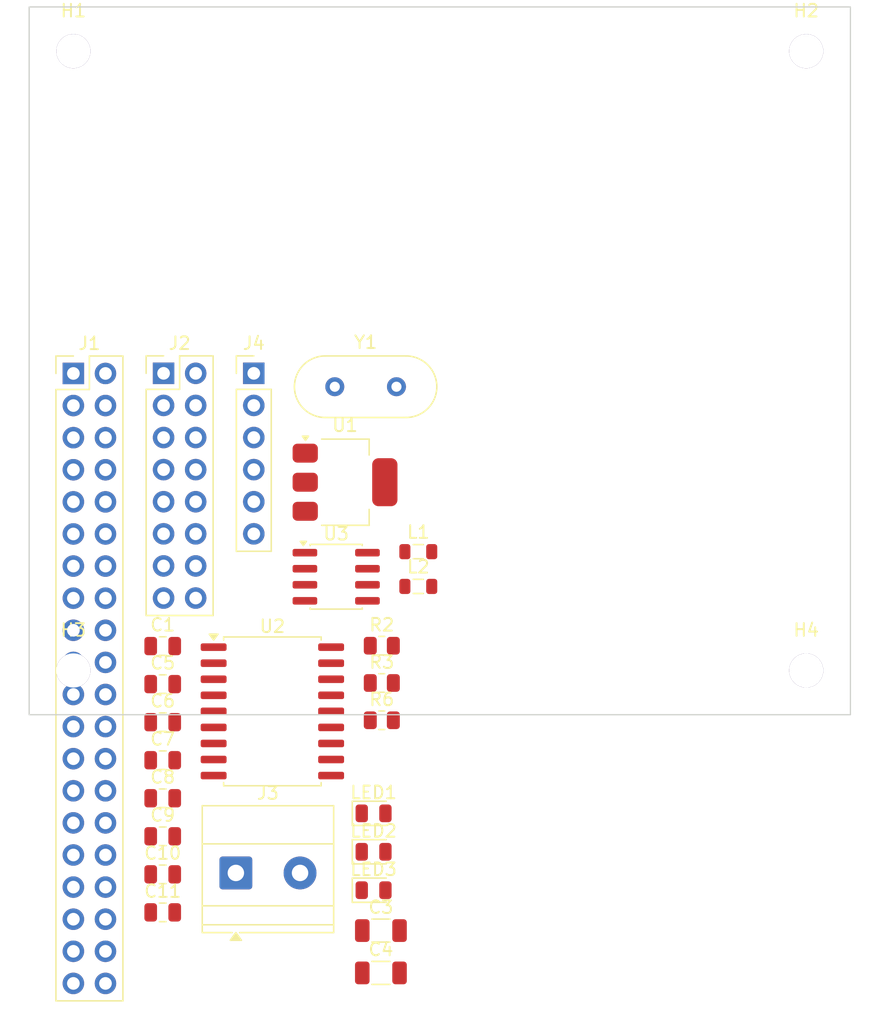
<source format=kicad_pcb>
(kicad_pcb (version 20241229) (generator "pcbnew") (generator_version "9.0")
  (layers (0 "F.Cu" signal) (2 "B.Cu" signal) (13 "F.Paste" user) (15 "B.Paste" user) (5 "F.SilkS" user "F.Silkscreen") (7 "B.SilkS" user "B.Silkscreen") (1 "F.Mask" user) (3 "B.Mask" user) (25 "Edge.Cuts" user))
  (net 0 "")
  (net 1 "+5V")
  (net 2 "GND")
  (net 3 "+3.3V")
  (net 4 "/OSC2")
  (net 5 "/OSC1")
  (net 6 "AUDIO_L_OUT")
  (net 10 "SPI_MOSI")
  (net 20 "SPI_MISO")
  (net 23 "SPI_SCLK")
  (net 26 "CAN_INT")
  (net 27 "SPI_CE0")
  (net 52 "CANH")
  (net 53 "/CANH_U5")
  (net 54 "CANL")
  (net 55 "/CANL_U5")
  (net 56 "Net-(LED2-K)")
  (net 57 "AUDIO_R+")
  (net 60 "CAN_RX")
  (net 63 "CAN_TX")
  (footprint "Capacitor_SMD:C_0805_2012Metric" (layer "F.Cu") (at 125.255 89.16)
    (property "Reference" "C6" (at 0 -1.68 0) (layer "F.SilkS"))
    (property "Value" "22pF")
    (fp_line (start -0.261252 -0.735) (end 0.261252 -0.735) (stroke (width 0.12)) (layer "F.SilkS"))
    (fp_line (start -0.261252 0.735) (end 0.261252 0.735) (stroke (width 0.12)) (layer "F.SilkS"))
    (pad "1" smd roundrect (at -0.95 0) (size 1 1.45) (layers "F.Cu" "F.Mask" "F.Paste") (net 5 "/OSC1"))
    (pad "2" smd roundrect (at 0.95 0) (size 1 1.45) (layers "F.Cu" "F.Mask" "F.Paste") (net 2 "GND"))
  )
  (footprint "Capacitor_SMD:C_0805_2012Metric" (layer "F.Cu") (at 125.255 86.15)
    (property "Reference" "C5" (at 0 -1.68 0) (layer "F.SilkS"))
    (property "Value" "22pF")
    (fp_line (start -0.261252 -0.735) (end 0.261252 -0.735) (stroke (width 0.12)) (layer "F.SilkS"))
    (fp_line (start -0.261252 0.735) (end 0.261252 0.735) (stroke (width 0.12)) (layer "F.SilkS"))
    (pad "1" smd roundrect (at -0.95 0) (size 1 1.45) (layers "F.Cu" "F.Mask" "F.Paste") (net 4 "/OSC2"))
    (pad "2" smd roundrect (at 0.95 0) (size 1 1.45) (layers "F.Cu" "F.Mask" "F.Paste") (net 2 "GND"))
  )
  (footprint "Resistor_SMD:R_0805_2012Metric" (layer "F.Cu") (at 142.595 83.11)
    (property "Reference" "R2" (at 0 -1.65 0) (layer "F.SilkS"))
    (property "Value" "10k")
    (fp_line (start -0.227064 -0.735) (end 0.227064 -0.735) (stroke (width 0.12)) (layer "F.SilkS"))
    (fp_line (start -0.227064 0.735) (end 0.227064 0.735) (stroke (width 0.12)) (layer "F.SilkS"))
    (pad "1" smd roundrect (at -0.9125 0) (size 1.025 1.4) (layers "F.Cu" "F.Mask" "F.Paste") (roundrect_rratio 0.243902) (net 56 "Net-(LED2-K)"))
    (pad "2" smd roundrect (at 0.9125 0) (size 1.025 1.4) (layers "F.Cu" "F.Mask" "F.Paste") (roundrect_rratio 0.243902) (net 2 "GND"))
  )
  (footprint "Package_SO:SOIC-8_3.9x4.9mm_P1.27mm" (layer "F.Cu") (at 138.985 77.655)
    (property "Reference" "U3" (at 0 -3.4 0) (layer "F.SilkS"))
    (property "Value" "SN65HVD230")
    (fp_line (start -2.06 -2.56) (end 2.06 -2.56) (stroke (width 0.12)) (layer "F.SilkS"))
    (fp_line (start -2.06 -2.465) (end -2.06 -2.56) (stroke (width 0.12)) (layer "F.SilkS"))
    (fp_line (start -2.06 2.56) (end -2.06 2.465) (stroke (width 0.12)) (layer "F.SilkS"))
    (fp_line (start 2.06 -2.56) (end 2.06 -2.465) (stroke (width 0.12)) (layer "F.SilkS"))
    (fp_line (start 2.06 2.465) (end 2.06 2.56) (stroke (width 0.12)) (layer "F.SilkS"))
    (fp_line (start 2.06 2.56) (end -2.06 2.56) (stroke (width 0.12)) (layer "F.SilkS"))
    (fp_poly (pts (xy -2.6 -2.47) (xy -2.84 -2.8) (xy -2.36 -2.8)) (stroke (width 0.12)) (fill yes) (layer "F.SilkS"))
    (pad "1" smd roundrect (at -2.475 -1.905) (size 1.95 0.6) (layers "F.Cu" "F.Mask" "F.Paste") (net 63 "CAN_TX"))
    (pad "2" smd roundrect (at -2.475 -0.635) (size 1.95 0.6) (layers "F.Cu" "F.Mask" "F.Paste") (net 2 "GND"))
    (pad "3" smd roundrect (at -2.475 0.635) (size 1.95 0.6) (layers "F.Cu" "F.Mask" "F.Paste") (net 3 "+3.3V"))
    (pad "4" smd roundrect (at -2.475 1.905) (size 1.95 0.6) (layers "F.Cu" "F.Mask" "F.Paste") (net 60 "CAN_RX"))
    (pad "5" smd roundrect (at 2.475 1.905) (size 1.95 0.6) (layers "F.Cu" "F.Mask" "F.Paste"))
    (pad "6" smd roundrect (at 2.475 0.635) (size 1.95 0.6) (layers "F.Cu" "F.Mask" "F.Paste") (net 55 "/CANL_U5"))
    (pad "7" smd roundrect (at 2.475 -0.635) (size 1.95 0.6) (layers "F.Cu" "F.Mask" "F.Paste") (net 53 "/CANH_U5"))
    (pad "8" smd roundrect (at 2.475 -1.905) (size 1.95 0.6) (layers "F.Cu" "F.Mask" "F.Paste") (net 2 "GND"))
  )
  (footprint "Capacitor_SMD:C_1206_3216Metric" (layer "F.Cu") (at 142.525 109)
    (property "Reference" "C4" (at 0 -1.85 0) (layer "F.SilkS"))
    (property "Value" "22uF")
    (fp_line (start -0.711252 -0.91) (end 0.711252 -0.91) (stroke (width 0.12)) (layer "F.SilkS"))
    (fp_line (start -0.711252 0.91) (end 0.711252 0.91) (stroke (width 0.12)) (layer "F.SilkS"))
    (pad "1" smd roundrect (at -1.475 0) (size 1.15 1.8) (layers "F.Cu" "F.Mask" "F.Paste") (roundrect_rratio 0.217391) (net 3 "+3.3V"))
    (pad "2" smd roundrect (at 1.475 0) (size 1.15 1.8) (layers "F.Cu" "F.Mask" "F.Paste") (roundrect_rratio 0.217391) (net 2 "GND"))
  )
  (footprint "Connector_PinHeader_2.54mm:PinHeader_1x06_P2.54mm_Vertical" (layer "F.Cu") (at 132.465 61.56)
    (property "Reference" "J4" (at 0 -2.38 0) (layer "F.SilkS"))
    (property "Value" "Audio")
    (fp_line (start -1.38 -1.38) (end 0 -1.38) (stroke (width 0.12)) (layer "F.SilkS"))
    (fp_line (start -1.38 0) (end -1.38 -1.38) (stroke (width 0.12)) (layer "F.SilkS"))
    (fp_line (start -1.38 1.27) (end -1.38 14.08) (stroke (width 0.12)) (layer "F.SilkS"))
    (fp_line (start -1.38 1.27) (end 1.38 1.27) (stroke (width 0.12)) (layer "F.SilkS"))
    (fp_line (start -1.38 14.08) (end 1.38 14.08) (stroke (width 0.12)) (layer "F.SilkS"))
    (fp_line (start 1.38 1.27) (end 1.38 14.08) (stroke (width 0.12)) (layer "F.SilkS"))
    (pad "1" thru_hole rect (at 0 0) (size 1.7 1.7) (drill 1) (layers "*.Cu" "*.Mask"))
    (pad "2" thru_hole circle (at 0 2.54) (size 1.7 1.7) (drill 1) (layers "*.Cu" "*.Mask"))
    (pad "3" thru_hole circle (at 0 5.08) (size 1.7 1.7) (drill 1) (layers "*.Cu" "*.Mask"))
    (pad "4" thru_hole circle (at 0 7.62) (size 1.7 1.7) (drill 1) (layers "*.Cu" "*.Mask"))
    (pad "5" thru_hole circle (at 0 10.16) (size 1.7 1.7) (drill 1) (layers "*.Cu" "*.Mask"))
    (pad "6" thru_hole circle (at 0 12.7) (size 1.7 1.7) (drill 1) (layers "*.Cu" "*.Mask") (net 2 "GND"))
  )
  (footprint "LED_SMD:LED_0805_2012Metric" (layer "F.Cu") (at 141.945 99.415)
    (property "Reference" "LED2" (at 0 -1.65 0) (layer "F.SilkS"))
    (property "Value" "Red")
    (fp_line (start -1.685 -0.96) (end -1.685 0.96) (stroke (width 0.12)) (layer "F.SilkS"))
    (fp_line (start -1.685 0.96) (end 1 0.96) (stroke (width 0.12)) (layer "F.SilkS"))
    (fp_line (start 1 -0.96) (end -1.685 -0.96) (stroke (width 0.12)) (layer "F.SilkS"))
    (pad "1" smd roundrect (at -0.9375 0) (size 0.975 1.4) (layers "F.Cu" "F.Mask" "F.Paste") (net 56 "Net-(LED2-K)"))
    (pad "2" smd roundrect (at 0.9375 0) (size 0.975 1.4) (layers "F.Cu" "F.Mask" "F.Paste") (net 3 "+3.3V"))
  )
  (footprint "Capacitor_SMD:C_0805_2012Metric" (layer "F.Cu") (at 125.255 95.18)
    (property "Reference" "C8" (at 0 -1.68 0) (layer "F.SilkS"))
    (property "Value" "2.2uF")
    (fp_line (start -0.261252 -0.735) (end 0.261252 -0.735) (stroke (width 0.12)) (layer "F.SilkS"))
    (fp_line (start -0.261252 0.735) (end 0.261252 0.735) (stroke (width 0.12)) (layer "F.SilkS"))
    (pad "1" smd roundrect (at -0.95 0) (size 1 1.45) (layers "F.Cu" "F.Mask" "F.Paste") (net 3 "+3.3V"))
    (pad "2" smd roundrect (at 0.95 0) (size 1 1.45) (layers "F.Cu" "F.Mask" "F.Paste") (net 2 "GND"))
  )
  (footprint "Inductor_SMD:L_0805_2012Metric" (layer "F.Cu") (at 145.485 75.67)
    (property "Reference" "L1" (at 0 -1.55 0) (layer "F.SilkS"))
    (property "Value" "Ferrite")
    (fp_line (start -0.399622 -0.56) (end 0.399622 -0.56) (stroke (width 0.12)) (layer "F.SilkS"))
    (fp_line (start -0.399622 0.56) (end 0.399622 0.56) (stroke (width 0.12)) (layer "F.SilkS"))
    (pad "1" smd roundrect (at -1.0625 0) (size 0.875 1.2) (layers "F.Cu" "F.Mask" "F.Paste") (net 53 "/CANH_U5"))
    (pad "2" smd roundrect (at 1.0625 0) (size 0.875 1.2) (layers "F.Cu" "F.Mask" "F.Paste") (net 52 "CANH"))
  )
  (footprint "Inductor_SMD:L_0805_2012Metric" (layer "F.Cu") (at 145.485 78.42)
    (property "Reference" "L2" (at 0 -1.55 0) (layer "F.SilkS"))
    (property "Value" "Ferrite")
    (fp_line (start -0.399622 -0.56) (end 0.399622 -0.56) (stroke (width 0.12)) (layer "F.SilkS"))
    (fp_line (start -0.399622 0.56) (end 0.399622 0.56) (stroke (width 0.12)) (layer "F.SilkS"))
    (pad "1" smd roundrect (at -1.0625 0) (size 0.875 1.2) (layers "F.Cu" "F.Mask" "F.Paste") (net 55 "/CANL_U5"))
    (pad "2" smd roundrect (at 1.0625 0) (size 0.875 1.2) (layers "F.Cu" "F.Mask" "F.Paste") (net 54 "CANL"))
  )
  (footprint "Package_SO:SOIC-18W_7.5x11.6mm_P1.27mm" (layer "F.Cu") (at 133.935 88.305)
    (property "Reference" "U2" (at 0 -6.73 0) (layer "F.SilkS"))
    (property "Value" "MCP2515")
    (fp_line (start -3.86 -5.885) (end 3.86 -5.885) (stroke (width 0.12)) (layer "F.SilkS"))
    (fp_line (start -3.86 -5.64) (end -3.86 -5.885) (stroke (width 0.12)) (layer "F.SilkS"))
    (fp_line (start -3.86 5.885) (end -3.86 5.64) (stroke (width 0.12)) (layer "F.SilkS"))
    (fp_line (start 3.86 -5.885) (end 3.86 -5.64) (stroke (width 0.12)) (layer "F.SilkS"))
    (fp_line (start 3.86 5.64) (end 3.86 5.885) (stroke (width 0.12)) (layer "F.SilkS"))
    (fp_line (start 3.86 5.885) (end -3.86 5.885) (stroke (width 0.12)) (layer "F.SilkS"))
    (fp_poly (pts (xy -4.65 -5.64) (xy -4.99 -6.11) (xy -4.31 -6.11)) (stroke (width 0.12)) (fill yes) (layer "F.SilkS"))
    (pad "1" smd roundrect (at -4.65 -5.08) (size 2.05 0.6) (layers "F.Cu" "F.Mask" "F.Paste") (net 63 "CAN_TX"))
    (pad "2" smd roundrect (at -4.65 -3.81) (size 2.05 0.6) (layers "F.Cu" "F.Mask" "F.Paste") (net 60 "CAN_RX"))
    (pad "3" smd roundrect (at -4.65 -2.54) (size 2.05 0.6) (layers "F.Cu" "F.Mask" "F.Paste"))
    (pad "4" smd roundrect (at -4.65 -1.27) (size 2.05 0.6) (layers "F.Cu" "F.Mask" "F.Paste"))
    (pad "5" smd roundrect (at -4.65 0) (size 2.05 0.6) (layers "F.Cu" "F.Mask" "F.Paste"))
    (pad "6" smd roundrect (at -4.65 1.27) (size 2.05 0.6) (layers "F.Cu" "F.Mask" "F.Paste"))
    (pad "7" smd roundrect (at -4.65 2.54) (size 2.05 0.6) (layers "F.Cu" "F.Mask" "F.Paste") (net 4 "/OSC2"))
    (pad "8" smd roundrect (at -4.65 3.81) (size 2.05 0.6) (layers "F.Cu" "F.Mask" "F.Paste") (net 5 "/OSC1"))
    (pad "9" smd roundrect (at -4.65 5.08) (size 2.05 0.6) (layers "F.Cu" "F.Mask" "F.Paste") (net 2 "GND"))
    (pad "10" smd roundrect (at 4.65 5.08) (size 2.05 0.6) (layers "F.Cu" "F.Mask" "F.Paste"))
    (pad "11" smd roundrect (at 4.65 3.81) (size 2.05 0.6) (layers "F.Cu" "F.Mask" "F.Paste"))
    (pad "12" smd roundrect (at 4.65 2.54) (size 2.05 0.6) (layers "F.Cu" "F.Mask" "F.Paste") (net 26 "CAN_INT"))
    (pad "13" smd roundrect (at 4.65 1.27) (size 2.05 0.6) (layers "F.Cu" "F.Mask" "F.Paste") (net 23 "SPI_SCLK"))
    (pad "14" smd roundrect (at 4.65 0) (size 2.05 0.6) (layers "F.Cu" "F.Mask" "F.Paste") (net 10 "SPI_MOSI"))
    (pad "15" smd roundrect (at 4.65 -1.27) (size 2.05 0.6) (layers "F.Cu" "F.Mask" "F.Paste") (net 20 "SPI_MISO"))
    (pad "16" smd roundrect (at 4.65 -2.54) (size 2.05 0.6) (layers "F.Cu" "F.Mask" "F.Paste") (net 27 "SPI_CE0"))
    (pad "17" smd roundrect (at 4.65 -3.81) (size 2.05 0.6) (layers "F.Cu" "F.Mask" "F.Paste") (net 3 "+3.3V"))
    (pad "18" smd roundrect (at 4.65 -5.08) (size 2.05 0.6) (layers "F.Cu" "F.Mask" "F.Paste") (net 3 "+3.3V"))
  )
  (footprint "Connector_PinHeader_2.54mm:PinHeader_2x08_P2.54mm_Vertical" (layer "F.Cu") (at 125.325 61.56)
    (property "Reference" "J2" (at 1.27 -2.38 0) (layer "F.SilkS"))
    (property "Value" "OBD-II")
    (fp_line (start -1.38 -1.38) (end 0 -1.38) (stroke (width 0.12)) (layer "F.SilkS"))
    (fp_line (start -1.38 0) (end -1.38 -1.38) (stroke (width 0.12)) (layer "F.SilkS"))
    (fp_line (start -1.38 1.27) (end -1.38 19.16) (stroke (width 0.12)) (layer "F.SilkS"))
    (fp_line (start -1.38 1.27) (end 1.27 1.27) (stroke (width 0.12)) (layer "F.SilkS"))
    (fp_line (start -1.38 19.16) (end 3.92 19.16) (stroke (width 0.12)) (layer "F.SilkS"))
    (fp_line (start 1.27 -1.38) (end 3.92 -1.38) (stroke (width 0.12)) (layer "F.SilkS"))
    (fp_line (start 1.27 1.27) (end 1.27 -1.38) (stroke (width 0.12)) (layer "F.SilkS"))
    (fp_line (start 3.92 -1.38) (end 3.92 19.16) (stroke (width 0.12)) (layer "F.SilkS"))
    (pad "1" thru_hole rect (at 0 0) (size 1.7 1.7) (drill 1) (layers "*.Cu" "*.Mask") (net 20 "SPI_MISO"))
    (pad "2" thru_hole circle (at 2.54 0) (size 1.7 1.7) (drill 1) (layers "*.Cu" "*.Mask") (net 3 "+3.3V"))
    (pad "3" thru_hole circle (at 0 2.54) (size 1.7 1.7) (drill 1) (layers "*.Cu" "*.Mask") (net 23 "SPI_SCLK"))
    (pad "4" thru_hole circle (at 2.54 2.54) (size 1.7 1.7) (drill 1) (layers "*.Cu" "*.Mask") (net 10 "SPI_MOSI"))
    (pad "5" thru_hole circle (at 0 5.08) (size 1.7 1.7) (drill 1) (layers "*.Cu" "*.Mask") (net 2 "GND"))
    (pad "6" thru_hole circle (at 2.54 5.08) (size 1.7 1.7) (drill 1) (layers "*.Cu" "*.Mask") (net 2 "GND"))
    (pad "7" thru_hole circle (at 0 7.62) (size 1.7 1.7) (drill 1) (layers "*.Cu" "*.Mask"))
    (pad "8" thru_hole circle (at 2.54 7.62) (size 1.7 1.7) (drill 1) (layers "*.Cu" "*.Mask"))
    (pad "9" thru_hole circle (at 0 10.16) (size 1.7 1.7) (drill 1) (layers "*.Cu" "*.Mask"))
    (pad "10" thru_hole circle (at 2.54 10.16) (size 1.7 1.7) (drill 1) (layers "*.Cu" "*.Mask"))
    (pad "11" thru_hole circle (at 0 12.7) (size 1.7 1.7) (drill 1) (layers "*.Cu" "*.Mask"))
    (pad "12" thru_hole circle (at 2.54 12.7) (size 1.7 1.7) (drill 1) (layers "*.Cu" "*.Mask"))
    (pad "13" thru_hole circle (at 0 15.24) (size 1.7 1.7) (drill 1) (layers "*.Cu" "*.Mask"))
    (pad "14" thru_hole circle (at 2.54 15.24) (size 1.7 1.7) (drill 1) (layers "*.Cu" "*.Mask"))
    (pad "15" thru_hole circle (at 0 17.78) (size 1.7 1.7) (drill 1) (layers "*.Cu" "*.Mask"))
    (pad "16" thru_hole circle (at 2.54 17.78) (size 1.7 1.7) (drill 1) (layers "*.Cu" "*.Mask"))
  )
  (footprint "Package_TO_SOT_SMD:SOT-223-3_TabPin2" (layer "F.Cu") (at 139.685 70.175)
    (property "Reference" "U1" (at 0 -4.5 0) (layer "F.SilkS"))
    (property "Value" "AMS1117-3.3")
    (fp_line (start -1.85 -3.41) (end 1.91 -3.41) (stroke (width 0.12)) (layer "F.SilkS"))
    (fp_line (start -1.85 3.41) (end 1.91 3.41) (stroke (width 0.12)) (layer "F.SilkS"))
    (fp_line (start 1.91 -3.41) (end 1.91 -2.15) (stroke (width 0.12)) (layer "F.SilkS"))
    (fp_line (start 1.91 3.41) (end 1.91 2.15) (stroke (width 0.12)) (layer "F.SilkS"))
    (fp_poly (pts (xy -3.13 -3.31) (xy -3.37 -3.64) (xy -2.89 -3.64) (xy -3.13 -3.31)) (stroke (width 0.12)) (fill yes) (layer "F.SilkS"))
    (pad "1" smd roundrect (at -3.15 -2.3) (size 2 1.5) (layers "F.Cu" "F.Mask" "F.Paste") (net 2 "GND"))
    (pad "2" smd roundrect (at -3.15 0) (size 2 1.5) (layers "F.Cu" "F.Mask" "F.Paste") (net 3 "+3.3V"))
    (pad "2" smd roundrect (at 3.15 0) (size 2 3.8) (layers "F.Cu" "F.Mask" "F.Paste") (net 3 "+3.3V"))
    (pad "3" smd roundrect (at -3.15 2.3) (size 2 1.5) (layers "F.Cu" "F.Mask" "F.Paste") (net 1 "+5V"))
  )
  (footprint "LED_SMD:LED_0805_2012Metric" (layer "F.Cu") (at 141.945 102.455)
    (property "Reference" "LED3" (at 0 -1.65 0) (layer "F.SilkS"))
    (property "Value" "Yellow")
    (fp_line (start -1.685 -0.96) (end -1.685 0.96) (stroke (width 0.12)) (layer "F.SilkS"))
    (fp_line (start -1.685 0.96) (end 1 0.96) (stroke (width 0.12)) (layer "F.SilkS"))
    (fp_line (start 1 -0.96) (end -1.685 -0.96) (stroke (width 0.12)) (layer "F.SilkS"))
    (pad "1" smd roundrect (at -0.9375 0) (size 0.975 1.4) (layers "F.Cu" "F.Mask" "F.Paste") (net 52 "CANH"))
    (pad "2" smd roundrect (at 0.9375 0) (size 0.975 1.4) (layers "F.Cu" "F.Mask" "F.Paste") (net 3 "+3.3V"))
  )
  (footprint "Capacitor_SMD:C_0805_2012Metric" (layer "F.Cu") (at 125.255 98.19)
    (property "Reference" "C9" (at 0 -1.68 0) (layer "F.SilkS"))
    (property "Value" "1uF")
    (fp_line (start -0.261252 -0.735) (end 0.261252 -0.735) (stroke (width 0.12)) (layer "F.SilkS"))
    (fp_line (start -0.261252 0.735) (end 0.261252 0.735) (stroke (width 0.12)) (layer "F.SilkS"))
    (pad "1" smd roundrect (at -0.95 0) (size 1 1.45) (layers "F.Cu" "F.Mask" "F.Paste") (net 3 "+3.3V"))
    (pad "2" smd roundrect (at 0.95 0) (size 1 1.45) (layers "F.Cu" "F.Mask" "F.Paste") (net 2 "GND"))
  )
  (footprint "Resistor_SMD:R_0805_2012Metric" (layer "F.Cu") (at 142.595 86.06)
    (property "Reference" "R3" (at 0 -1.65 0) (layer "F.SilkS"))
    (property "Value" "470")
    (fp_line (start -0.227064 -0.735) (end 0.227064 -0.735) (stroke (width 0.12)) (layer "F.SilkS"))
    (fp_line (start -0.227064 0.735) (end 0.227064 0.735) (stroke (width 0.12)) (layer "F.SilkS"))
    (pad "1" smd roundrect (at -0.9125 0) (size 1.025 1.4) (layers "F.Cu" "F.Mask" "F.Paste") (roundrect_rratio 0.243902) (net 52 "CANH"))
    (pad "2" smd roundrect (at 0.9125 0) (size 1.025 1.4) (layers "F.Cu" "F.Mask" "F.Paste") (roundrect_rratio 0.243902) (net 2 "GND"))
  )
  (footprint "Capacitor_SMD:C_0805_2012Metric" (layer "F.Cu") (at 125.255 83.14)
    (property "Reference" "C1" (at 0 -1.68 0) (layer "F.SilkS"))
    (property "Value" "100nF")
    (fp_line (start -0.261252 -0.735) (end 0.261252 -0.735) (stroke (width 0.12)) (layer "F.SilkS"))
    (fp_line (start -0.261252 0.735) (end 0.261252 0.735) (stroke (width 0.12)) (layer "F.SilkS"))
    (pad "1" smd roundrect (at -0.95 0) (size 1 1.45) (layers "F.Cu" "F.Mask" "F.Paste") (net 1 "+5V"))
    (pad "2" smd roundrect (at 0.95 0) (size 1 1.45) (layers "F.Cu" "F.Mask" "F.Paste") (net 2 "GND"))
  )
  (footprint "Capacitor_SMD:C_0805_2012Metric" (layer "F.Cu") (at 125.255 104.21)
    (property "Reference" "C11" (at 0 -1.68 0) (layer "F.SilkS"))
    (property "Value" "2.2uF")
    (fp_line (start -0.261252 -0.735) (end 0.261252 -0.735) (stroke (width 0.12)) (layer "F.SilkS"))
    (fp_line (start -0.261252 0.735) (end 0.261252 0.735) (stroke (width 0.12)) (layer "F.SilkS"))
    (pad "1" smd roundrect (at -0.95 0) (size 1 1.45) (layers "F.Cu" "F.Mask" "F.Paste") (net 6 "AUDIO_L_OUT"))
    (pad "2" smd roundrect (at 0.95 0) (size 1 1.45) (layers "F.Cu" "F.Mask" "F.Paste") (net 2 "GND"))
  )
  (footprint "TerminalBlock_Phoenix:TerminalBlock_Phoenix_MKDS-1,5-2-5.08_1x02_P5.08mm_Horizontal" (layer "F.Cu") (at 131.045 101.09)
    (property "Reference" "J3" (at 2.54 -6.32 0) (layer "F.SilkS"))
    (property "Value" "CAN_Term")
    (fp_line (start -2.66 -5.32) (end 7.74 -5.32) (stroke (width 0.12)) (layer "F.SilkS"))
    (fp_line (start -2.66 -2.3) (end 7.74 -2.3) (stroke (width 0.12)) (layer "F.SilkS"))
    (fp_line (start -2.66 2.6) (end 7.74 2.6) (stroke (width 0.12)) (layer "F.SilkS"))
    (fp_line (start -2.66 4.1) (end 7.74 4.1) (stroke (width 0.12)) (layer "F.SilkS"))
    (fp_line (start -2.66 4.72) (end -2.66 -5.32) (stroke (width 0.12)) (layer "F.SilkS"))
    (fp_line (start -0.3 4.72) (end -2.66 4.72) (stroke (width 0.12)) (layer "F.SilkS"))
    (fp_line (start 7.74 -5.32) (end 7.74 4.72) (stroke (width 0.12)) (layer "F.SilkS"))
    (fp_line (start 7.74 4.72) (end 0.3 4.72) (stroke (width 0.12)) (layer "F.SilkS"))
    (fp_poly (pts (xy 0 4.72) (xy 0.44 5.33) (xy -0.44 5.33)) (stroke (width 0.12)) (fill yes) (layer "F.SilkS"))
    (pad "1" thru_hole roundrect (at 0 0) (size 2.6 2.6) (drill 1.3) (layers "*.Cu" "*.Mask") (roundrect_rratio 0.096154))
    (pad "2" thru_hole circle (at 5.08 0) (size 2.6 2.6) (drill 1.3) (layers "*.Cu" "*.Mask"))
  )
  (footprint "Capacitor_SMD:C_0805_2012Metric" (layer "F.Cu") (at 125.255 101.2)
    (property "Reference" "C10" (at 0 -1.68 0) (layer "F.SilkS"))
    (property "Value" "2.2uF")
    (fp_line (start -0.261252 -0.735) (end 0.261252 -0.735) (stroke (width 0.12)) (layer "F.SilkS"))
    (fp_line (start -0.261252 0.735) (end 0.261252 0.735) (stroke (width 0.12)) (layer "F.SilkS"))
    (pad "1" smd roundrect (at -0.95 0) (size 1 1.45) (layers "F.Cu" "F.Mask" "F.Paste") (net 3 "+3.3V"))
    (pad "2" smd roundrect (at 0.95 0) (size 1 1.45) (layers "F.Cu" "F.Mask" "F.Paste") (net 2 "GND"))
  )
  (footprint "Capacitor_SMD:C_1206_3216Metric" (layer "F.Cu") (at 142.525 105.65)
    (property "Reference" "C3" (at 0 -1.85 0) (layer "F.SilkS"))
    (property "Value" "10uF")
    (fp_line (start -0.711252 -0.91) (end 0.711252 -0.91) (stroke (width 0.12)) (layer "F.SilkS"))
    (fp_line (start -0.711252 0.91) (end 0.711252 0.91) (stroke (width 0.12)) (layer "F.SilkS"))
    (pad "1" smd roundrect (at -1.475 0) (size 1.15 1.8) (layers "F.Cu" "F.Mask" "F.Paste") (roundrect_rratio 0.217391) (net 1 "+5V"))
    (pad "2" smd roundrect (at 1.475 0) (size 1.15 1.8) (layers "F.Cu" "F.Mask" "F.Paste") (roundrect_rratio 0.217391) (net 2 "GND"))
  )
  (footprint "Resistor_SMD:R_0805_2012Metric" (layer "F.Cu") (at 142.595 89.01)
    (property "Reference" "R6" (at 0 -1.65 0) (layer "F.SilkS"))
    (property "Value" "470")
    (fp_line (start -0.227064 -0.735) (end 0.227064 -0.735) (stroke (width 0.12)) (layer "F.SilkS"))
    (fp_line (start -0.227064 0.735) (end 0.227064 0.735) (stroke (width 0.12)) (layer "F.SilkS"))
    (pad "1" smd roundrect (at -0.9125 0) (size 1.025 1.4) (layers "F.Cu" "F.Mask" "F.Paste") (roundrect_rratio 0.243902) (net 57 "AUDIO_R+"))
    (pad "2" smd roundrect (at 0.9125 0) (size 1.025 1.4) (layers "F.Cu" "F.Mask" "F.Paste") (roundrect_rratio 0.243902) (net 2 "GND"))
  )
  (footprint "LED_SMD:LED_0805_2012Metric" (layer "F.Cu") (at 141.945 96.375)
    (property "Reference" "LED1" (at 0 -1.65 0) (layer "F.SilkS"))
    (property "Value" "Green")
    (fp_line (start -1.685 -0.96) (end -1.685 0.96) (stroke (width 0.12)) (layer "F.SilkS"))
    (fp_line (start -1.685 0.96) (end 1 0.96) (stroke (width 0.12)) (layer "F.SilkS"))
    (fp_line (start 1 -0.96) (end -1.685 -0.96) (stroke (width 0.12)) (layer "F.SilkS"))
    (pad "1" smd roundrect (at -0.9375 0) (size 0.975 1.4) (layers "F.Cu" "F.Mask" "F.Paste") (net 2 "GND"))
    (pad "2" smd roundrect (at 0.9375 0) (size 0.975 1.4) (layers "F.Cu" "F.Mask" "F.Paste") (net 3 "+3.3V"))
  )
  (footprint "Crystal:Crystal_HC49-4H_Vertical" (layer "F.Cu") (at 138.875 62.62)
    (property "Reference" "Y1" (at 2.44 -3.52 0) (layer "F.SilkS"))
    (property "Value" "16MHz")
    (fp_line (start -0.76 -2.435) (end 5.64 -2.435) (stroke (width 0.12)) (layer "F.SilkS"))
    (fp_line (start 5.64 2.435) (end -0.76 2.435) (stroke (width 0.12)) (layer "F.SilkS"))
    (fp_arc (start -0.76 2.435) (mid -3.195 0) (end -0.76 -2.435) (stroke (width 0.12)) (layer "F.SilkS"))
    (fp_arc (start 5.64 -2.435) (mid 8.075 0) (end 5.64 2.435) (stroke (width 0.12)) (layer "F.SilkS"))
    (pad "1" thru_hole circle (at 0 0) (size 1.5 1.5) (drill 0.8) (layers "*.Cu" "*.Mask") (net 5 "/OSC1"))
    (pad "2" thru_hole circle (at 4.88 0) (size 1.5 1.5) (drill 0.8) (layers "*.Cu" "*.Mask") (net 4 "/OSC2"))
  )
  (footprint "Connector_PinHeader_2.54mm:PinHeader_2x20_P2.54mm_Vertical" (layer "F.Cu") (at 118.185 61.57)
    (property "Reference" "J1" (at 1.27 -2.38 0) (layer "F.SilkS"))
    (property "Value" "Raspberry_Pi_GPIO")
    (fp_line (start -1.38 -1.38) (end 0 -1.38) (stroke (width 0.12)) (layer "F.SilkS"))
    (fp_line (start -1.38 0) (end -1.38 -1.38) (stroke (width 0.12)) (layer "F.SilkS"))
    (fp_line (start -1.38 1.27) (end -1.38 49.64) (stroke (width 0.12)) (layer "F.SilkS"))
    (fp_line (start -1.38 1.27) (end 1.27 1.27) (stroke (width 0.12)) (layer "F.SilkS"))
    (fp_line (start -1.38 49.64) (end 3.92 49.64) (stroke (width 0.12)) (layer "F.SilkS"))
    (fp_line (start 1.27 -1.38) (end 3.92 -1.38) (stroke (width 0.12)) (layer "F.SilkS"))
    (fp_line (start 1.27 1.27) (end 1.27 -1.38) (stroke (width 0.12)) (layer "F.SilkS"))
    (fp_line (start 3.92 -1.38) (end 3.92 49.64) (stroke (width 0.12)) (layer "F.SilkS"))
    (pad "1" thru_hole rect (at 0 0) (size 1.7 1.7) (drill 1) (layers "*.Cu" "*.Mask") (net 3 "+3.3V"))
    (pad "2" thru_hole circle (at 2.54 0) (size 1.7 1.7) (drill 1) (layers "*.Cu" "*.Mask") (net 1 "+5V"))
    (pad "3" thru_hole circle (at 0 2.54) (size 1.7 1.7) (drill 1) (layers "*.Cu" "*.Mask"))
    (pad "4" thru_hole circle (at 2.54 2.54) (size 1.7 1.7) (drill 1) (layers "*.Cu" "*.Mask") (net 1 "+5V"))
    (pad "5" thru_hole circle (at 0 5.08) (size 1.7 1.7) (drill 1) (layers "*.Cu" "*.Mask"))
    (pad "6" thru_hole circle (at 2.54 5.08) (size 1.7 1.7) (drill 1) (layers "*.Cu" "*.Mask") (net 2 "GND"))
    (pad "7" thru_hole circle (at 0 7.62) (size 1.7 1.7) (drill 1) (layers "*.Cu" "*.Mask"))
    (pad "8" thru_hole circle (at 2.54 7.62) (size 1.7 1.7) (drill 1) (layers "*.Cu" "*.Mask"))
    (pad "9" thru_hole circle (at 0 10.16) (size 1.7 1.7) (drill 1) (layers "*.Cu" "*.Mask") (net 2 "GND"))
    (pad "10" thru_hole circle (at 2.54 10.16) (size 1.7 1.7) (drill 1) (layers "*.Cu" "*.Mask"))
    (pad "11" thru_hole circle (at 0 12.7) (size 1.7 1.7) (drill 1) (layers "*.Cu" "*.Mask"))
    (pad "12" thru_hole circle (at 2.54 12.7) (size 1.7 1.7) (drill 1) (layers "*.Cu" "*.Mask"))
    (pad "13" thru_hole circle (at 0 15.24) (size 1.7 1.7) (drill 1) (layers "*.Cu" "*.Mask"))
    (pad "14" thru_hole circle (at 2.54 15.24) (size 1.7 1.7) (drill 1) (layers "*.Cu" "*.Mask") (net 2 "GND"))
    (pad "15" thru_hole circle (at 0 17.78) (size 1.7 1.7) (drill 1) (layers "*.Cu" "*.Mask"))
    (pad "16" thru_hole circle (at 2.54 17.78) (size 1.7 1.7) (drill 1) (layers "*.Cu" "*.Mask"))
    (pad "17" thru_hole circle (at 0 20.32) (size 1.7 1.7) (drill 1) (layers "*.Cu" "*.Mask") (net 3 "+3.3V"))
    (pad "18" thru_hole circle (at 2.54 20.32) (size 1.7 1.7) (drill 1) (layers "*.Cu" "*.Mask"))
    (pad "19" thru_hole circle (at 0 22.86) (size 1.7 1.7) (drill 1) (layers "*.Cu" "*.Mask") (net 10 "SPI_MOSI"))
    (pad "20" thru_hole circle (at 2.54 22.86) (size 1.7 1.7) (drill 1) (layers "*.Cu" "*.Mask") (net 2 "GND"))
    (pad "21" thru_hole circle (at 0 25.4) (size 1.7 1.7) (drill 1) (layers "*.Cu" "*.Mask") (net 20 "SPI_MISO"))
    (pad "22" thru_hole circle (at 2.54 25.4) (size 1.7 1.7) (drill 1) (layers "*.Cu" "*.Mask") (net 26 "CAN_INT"))
    (pad "23" thru_hole circle (at 0 27.94) (size 1.7 1.7) (drill 1) (layers "*.Cu" "*.Mask") (net 23 "SPI_SCLK"))
    (pad "24" thru_hole circle (at 2.54 27.94) (size 1.7 1.7) (drill 1) (layers "*.Cu" "*.Mask") (net 27 "SPI_CE0"))
    (pad "25" thru_hole circle (at 0 30.48) (size 1.7 1.7) (drill 1) (layers "*.Cu" "*.Mask") (net 2 "GND"))
    (pad "26" thru_hole circle (at 2.54 30.48) (size 1.7 1.7) (drill 1) (layers "*.Cu" "*.Mask"))
    (pad "27" thru_hole circle (at 0 33.02) (size 1.7 1.7) (drill 1) (layers "*.Cu" "*.Mask"))
    (pad "28" thru_hole circle (at 2.54 33.02) (size 1.7 1.7) (drill 1) (layers "*.Cu" "*.Mask"))
    (pad "29" thru_hole circle (at 0 35.56) (size 1.7 1.7) (drill 1) (layers "*.Cu" "*.Mask"))
    (pad "30" thru_hole circle (at 2.54 35.56) (size 1.7 1.7) (drill 1) (layers "*.Cu" "*.Mask") (net 2 "GND"))
    (pad "31" thru_hole circle (at 0 38.1) (size 1.7 1.7) (drill 1) (layers "*.Cu" "*.Mask"))
    (pad "32" thru_hole circle (at 2.54 38.1) (size 1.7 1.7) (drill 1) (layers "*.Cu" "*.Mask"))
    (pad "33" thru_hole circle (at 0 40.64) (size 1.7 1.7) (drill 1) (layers "*.Cu" "*.Mask"))
    (pad "34" thru_hole circle (at 2.54 40.64) (size 1.7 1.7) (drill 1) (layers "*.Cu" "*.Mask") (net 2 "GND"))
    (pad "35" thru_hole circle (at 0 43.18) (size 1.7 1.7) (drill 1) (layers "*.Cu" "*.Mask"))
    (pad "36" thru_hole circle (at 2.54 43.18) (size 1.7 1.7) (drill 1) (layers "*.Cu" "*.Mask"))
    (pad "37" thru_hole circle (at 0 45.72) (size 1.7 1.7) (drill 1) (layers "*.Cu" "*.Mask"))
    (pad "38" thru_hole circle (at 2.54 45.72) (size 1.7 1.7) (drill 1) (layers "*.Cu" "*.Mask"))
    (pad "39" thru_hole circle (at 0 48.26) (size 1.7 1.7) (drill 1) (layers "*.Cu" "*.Mask") (net 2 "GND"))
    (pad "40" thru_hole circle (at 2.54 48.26) (size 1.7 1.7) (drill 1) (layers "*.Cu" "*.Mask"))
  )
  (footprint "Capacitor_SMD:C_0805_2012Metric" (layer "F.Cu") (at 125.255 92.17)
    (property "Reference" "C7" (at 0 -1.68 0) (layer "F.SilkS"))
    (property "Value" "1uF")
    (fp_line (start -0.261252 -0.735) (end 0.261252 -0.735) (stroke (width 0.12)) (layer "F.SilkS"))
    (fp_line (start -0.261252 0.735) (end 0.261252 0.735) (stroke (width 0.12)) (layer "F.SilkS"))
    (pad "1" smd roundrect (at -0.95 0) (size 1 1.45) (layers "F.Cu" "F.Mask" "F.Paste") (net 1 "+5V"))
    (pad "2" smd roundrect (at 0.95 0) (size 1 1.45) (layers "F.Cu" "F.Mask" "F.Paste") (net 2 "GND"))
  )
  (gr_rect (start 114.685 32.57) (end 179.685 88.57) (stroke (width 0.1)) (fill none) (layer "Edge.Cuts"))
  (footprint "MountingHole:MountingHole_2.7mm_M2.5" (layer "F.Cu") (at 118.185 36.07)
    (property "Reference" "H1" (at 0 -3.2 0) (layer "F.SilkS"))
    (property "Value" "MountingHole")
    (pad "1" thru_hole circle (at 0 0) (size 2.7 2.7) (drill 2.7) (layers "*.Cu" "*.Mask"))
  )
  (footprint "MountingHole:MountingHole_2.7mm_M2.5" (layer "F.Cu") (at 176.185 36.07)
    (property "Reference" "H2" (at 0 -3.2 0) (layer "F.SilkS"))
    (property "Value" "MountingHole")
    (pad "1" thru_hole circle (at 0 0) (size 2.7 2.7) (drill 2.7) (layers "*.Cu" "*.Mask"))
  )
  (footprint "MountingHole:MountingHole_2.7mm_M2.5" (layer "F.Cu") (at 118.185 85.07)
    (property "Reference" "H3" (at 0 -3.2 0) (layer "F.SilkS"))
    (property "Value" "MountingHole")
    (pad "1" thru_hole circle (at 0 0) (size 2.7 2.7) (drill 2.7) (layers "*.Cu" "*.Mask"))
  )
  (footprint "MountingHole:MountingHole_2.7mm_M2.5" (layer "F.Cu") (at 176.185 85.07)
    (property "Reference" "H4" (at 0 -3.2 0) (layer "F.SilkS"))
    (property "Value" "MountingHole")
    (pad "1" thru_hole circle (at 0 0) (size 2.7 2.7) (drill 2.7) (layers "*.Cu" "*.Mask"))
  )
)
</source>
